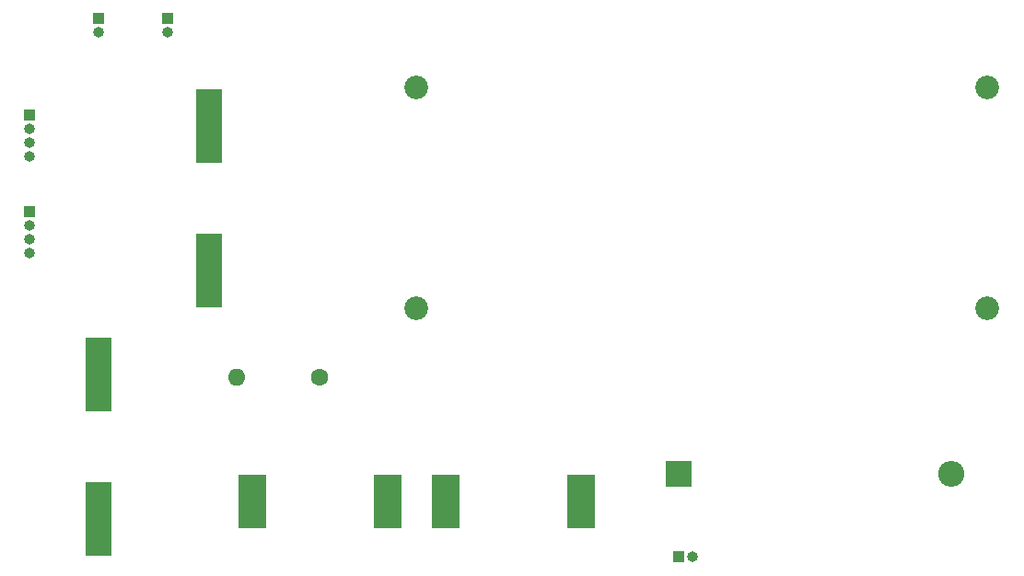
<source format=gbr>
%TF.GenerationSoftware,KiCad,Pcbnew,(5.1.10)-1*%
%TF.CreationDate,2021-08-16T12:44:53+12:00*%
%TF.ProjectId,pcbOutput,7063624f-7574-4707-9574-2e6b69636164,rev?*%
%TF.SameCoordinates,Original*%
%TF.FileFunction,Soldermask,Top*%
%TF.FilePolarity,Negative*%
%FSLAX46Y46*%
G04 Gerber Fmt 4.6, Leading zero omitted, Abs format (unit mm)*
G04 Created by KiCad (PCBNEW (5.1.10)-1) date 2021-08-16 12:44:53*
%MOMM*%
%LPD*%
G01*
G04 APERTURE LIST*
%ADD10C,1.600000*%
%ADD11O,1.600000X1.600000*%
%ADD12R,2.500000X5.000000*%
%ADD13O,1.000000X1.000000*%
%ADD14R,1.000000X1.000000*%
%ADD15O,2.400000X2.400000*%
%ADD16R,2.400000X2.400000*%
%ADD17C,2.175000*%
%ADD18R,2.450000X6.850000*%
G04 APERTURE END LIST*
D10*
%TO.C,R1*%
X58420000Y-72390000D03*
D11*
X50800000Y-72390000D03*
%TD*%
D12*
%TO.C,L2*%
X64670000Y-83820000D03*
X52170000Y-83820000D03*
%TD*%
%TO.C,L1*%
X69950000Y-83820000D03*
X82450000Y-83820000D03*
%TD*%
D13*
%TO.C,J5*%
X44450000Y-40640000D03*
D14*
X44450000Y-39370000D03*
%TD*%
D13*
%TO.C,J4*%
X92710000Y-88900000D03*
D14*
X91440000Y-88900000D03*
%TD*%
D13*
%TO.C,J3*%
X31750000Y-60960000D03*
X31750000Y-59690000D03*
X31750000Y-58420000D03*
D14*
X31750000Y-57150000D03*
%TD*%
D13*
%TO.C,J2*%
X31750000Y-52070000D03*
X31750000Y-50800000D03*
X31750000Y-49530000D03*
D14*
X31750000Y-48260000D03*
%TD*%
D13*
%TO.C,J1*%
X38100000Y-40640000D03*
D14*
X38100000Y-39370000D03*
%TD*%
D15*
%TO.C,C4*%
X116440000Y-81280000D03*
D16*
X91440000Y-81280000D03*
%TD*%
D17*
%TO.C,C3*%
X67310000Y-45740000D03*
X119810000Y-45740000D03*
X119810000Y-66040000D03*
X67310000Y-66040000D03*
%TD*%
D18*
%TO.C,C2*%
X48260000Y-49230000D03*
X48260000Y-62530000D03*
%TD*%
%TO.C,C1*%
X38100000Y-72090000D03*
X38100000Y-85390000D03*
%TD*%
M02*

</source>
